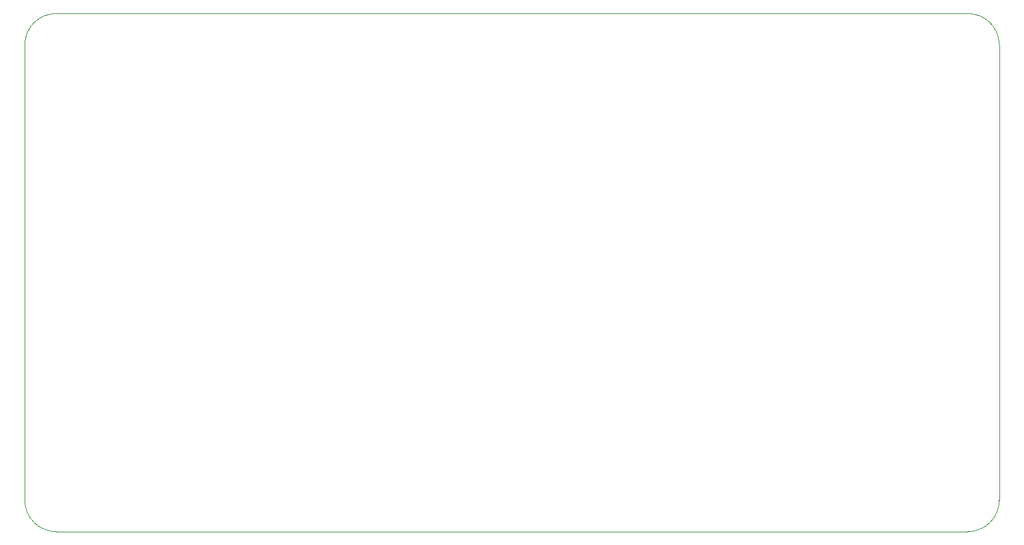
<source format=gbr>
%TF.GenerationSoftware,KiCad,Pcbnew,7.0.1*%
%TF.CreationDate,2023-08-25T15:29:08+01:00*%
%TF.ProjectId,Control_panel,436f6e74-726f-46c5-9f70-616e656c2e6b,rev?*%
%TF.SameCoordinates,Original*%
%TF.FileFunction,Profile,NP*%
%FSLAX46Y46*%
G04 Gerber Fmt 4.6, Leading zero omitted, Abs format (unit mm)*
G04 Created by KiCad (PCBNEW 7.0.1) date 2023-08-25 15:29:08*
%MOMM*%
%LPD*%
G01*
G04 APERTURE LIST*
%TA.AperFunction,Profile*%
%ADD10C,0.100000*%
%TD*%
G04 APERTURE END LIST*
D10*
X214000000Y-103000000D02*
G75*
G03*
X218000000Y-99000000I0J4000000D01*
G01*
X98000000Y-37000000D02*
X214000000Y-37000000D01*
X94000000Y-99000000D02*
G75*
G03*
X98000000Y-103000000I4000000J0D01*
G01*
X98000000Y-37000000D02*
G75*
G03*
X94000000Y-41000000I0J-4000000D01*
G01*
X218000000Y-41000000D02*
G75*
G03*
X214000000Y-37000000I-4000000J0D01*
G01*
X94000000Y-99000000D02*
X94000000Y-41000000D01*
X214000000Y-103000000D02*
X98000000Y-103000000D01*
X218000000Y-41000000D02*
X218000000Y-99000000D01*
M02*

</source>
